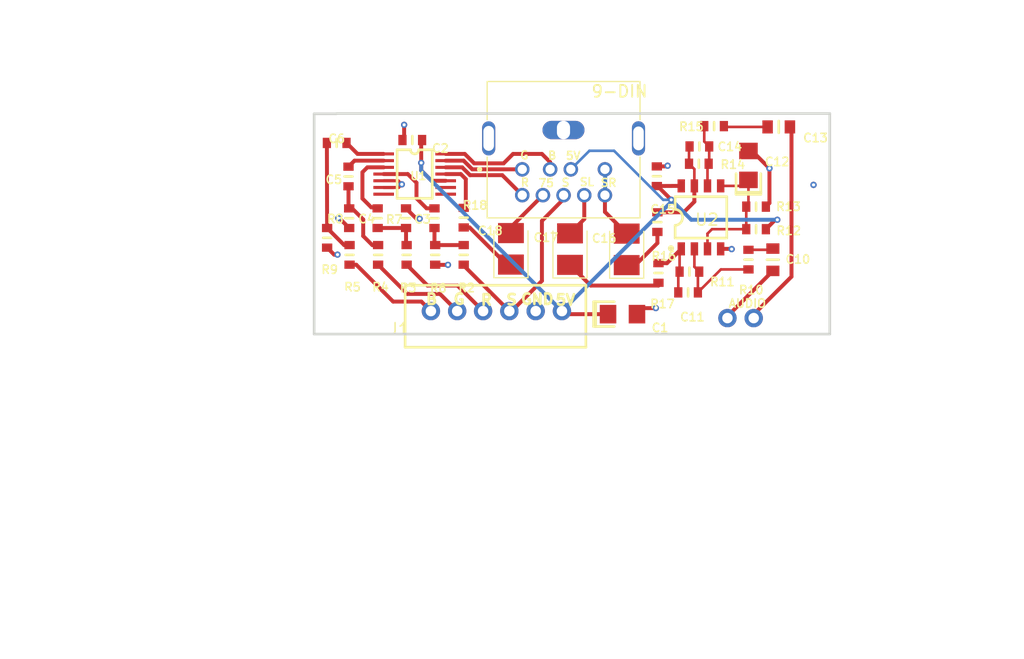
<source format=kicad_pcb>
(kicad_pcb (version 20171130) (host pcbnew "(5.1.5)-3") (page "A4") (layers (0 "F.Cu" signal) (31 "B.Cu" signal) (32 "B.Adhes" user) (33 "F.Adhes" user) (34 "B.Paste" user) (35 "F.Paste" user) (36 "B.SilkS" user) (37 "F.SilkS" user) (38 "B.Mask" user) (39 "F.Mask" user) (40 "Dwgs.User" user) (41 "Cmts.User" user) (42 "Eco1.User" user) (43 "Eco2.User" user) (44 "Edge.Cuts" user) (45 "Margin" user) (46 "B.CrtYd" user) (47 "F.CrtYd" user) (48 "B.Fab" user hide) (49 "F.Fab" user hide)) (net 0 "") (net 1 "5V+") (net 2 "B-IN") (net 3 "B-OUT") (net 4 "DSU") (net 5 "DSUB1_10") (net 6 "DSUB1_2") (net 7 "DSUB1_4") (net 8 "DSUB2_10") (net 9 "DSUB2_2") (net 10 "G-IN") (net 11 "G-OUT") (net 12 "GND") (net 13 "J2_8") (net 14 "J2_9") (net 15 "N$10232") (net 16 "R-IN") (net 17 "R-OUT") (net 18 "R112_1") (net 19 "S$5050") (net 20 "S$7091") (net 21 "S$7116") (net 22 "S$7132") (net 23 "S$7165") (net 24 "S$7237") (net 25 "S$7282") (net 26 "S$7299") (net 27 "S$7344") (net 28 "S$7587") (net 29 "S$7695") (net 30 "S$7888") (net 31 "S$7891") (net 32 "S$7914") (net 33 "S$7916") (net 34 "S$7938") (net 35 "S$8029") (net 36 "S$8031") (net 37 "S$8057") (net 38 "SYNC") (net 39 "SYNC-75") (net 40 "SYNC-OUT") (net 41 "U1_14") (net 42 "U1_7") (net 43 "U1_8") (net 44 "U1_9") (net 45 "+5V") (net 46 "RIGHT") (net 47 "S$139601") (net 48 "LEFT") (net 49 "VREF") (net 50 "BLUE") (net 51 "SL") (net 52 "SR") (net 53 "GREEN") (net 54 "RED") (net 55 "NET-(U101-PAD7)") (net 56 "NET-(U101-PAD8)") (net 57 "S$25") (zone (net 12) (net_name "GND") (layer "B.Cu") (hatch edge 0.508) (connect_pads (clearance 0.254)) (polygon (pts (xy 400.355 87.782) (xy 491.084 87.96) (xy 492.709 26.289) (xy 398.729 24.105)))) (zone (net 12) (net_name "GND") (layer "F.Cu") (hatch edge 0.508) (connect_pads (clearance 0.254)) (polygon (pts (xy 423.926 31.267) (xy 423.926 64.287) (xy 426.466 66.827) (xy 497.459 66.827) (xy 497.84 67.208) (xy 497.84 37.109) (xy 490.093 29.362)))) (segment (start 463.702 43.459) (end 465.633 45.39) (width 0.381) (layer "B.Cu") (net 45)) (segment (start 465.633 45.39) (end 473.964 45.39) (width 0.381) (layer "B.Cu") (net 45)) (segment (start 453.117 54.239) (end 439.496 40.618) (width 0.381) (layer "B.Cu") (net 45)) (segment (start 439.496 40.618) (end 439.496 39.878) (width 0.381) (layer "B.Cu") (net 45)) (segment (start 453.117 54.239) (end 463.702 43.654) (width 0.381) (layer "B.Cu") (net 45)) (segment (start 463.702 43.654) (end 463.702 43.459) (width 0.381) (layer "B.Cu") (net 45)) (segment (start 463.702 43.459) (end 462.915 43.459) (width 0.254) (layer "B.Cu") (net 45)) (segment (start 462.915 43.459) (end 458.165 38.71) (width 0.254) (layer "B.Cu") (net 45)) (segment (start 458.165 38.71) (end 455.778 38.71) (width 0.254) (layer "B.Cu") (net 45)) (segment (start 455.778 38.71) (end 453.979 40.508) (width 0.254) (layer "B.Cu") (net 45)) (segment (start 457.302 43.104) (end 457.302 40.564) (width 0.381) (layer "B.Cu") (net 46)) (gr_line (start 431.292 35.103) (end 479.044 35.103) (width 0.254) (layer "Edge.Cuts")) (gr_line (start 479.044 35.103) (end 479.044 56.464) (width 0.254) (layer "Edge.Cuts")) (gr_line (start 479.044 56.464) (end 429.133 56.464) (width 0.254) (layer "Edge.Cuts")) (gr_line (start 429.133 56.464) (end 429.133 35.128) (width 0.254) (layer "Edge.Cuts")) (gr_line (start 429.133 35.128) (end 431.292 35.128) (width 0.254) (layer "Edge.Cuts")) (segment (start 443.611 46.137) (end 444.18 46.137) (width 0.381) (layer "F.Cu") (net 39)) (segment (start 444.18 46.137) (end 447.777 49.733) (width 0.381) (layer "F.Cu") (net 39)) (segment (start 447.777 49.733) (end 448.183 49.733) (width 0.381) (layer "F.Cu") (net 39)) (segment (start 473.532 48.184) (end 473.415 48.301) (width 0.254) (layer "F.Cu") (net 48)) (segment (start 473.415 48.301) (end 471.17 48.301) (width 0.254) (layer "F.Cu") (net 48)) (segment (start 464.668 48.212) (end 463.283 49.596) (width 0.381) (layer "F.Cu") (net 48)) (segment (start 463.283 49.596) (end 462.457 49.596) (width 0.381) (layer "F.Cu") (net 48)) (segment (start 465.935 42.111) (end 465.935 43.64) (width 0.381) (layer "F.Cu") (net 46)) (segment (start 465.935 43.64) (end 464.906 44.668) (width 0.381) (layer "F.Cu") (net 46)) (segment (start 464.906 44.668) (end 462.356 44.668) (width 0.381) (layer "F.Cu") (net 46)) (segment (start 441.866 40.965) (end 443.327 40.965) (width 0.381) (layer "F.Cu") (net 39)) (segment (start 443.327 40.965) (end 443.814 41.453) (width 0.381) (layer "F.Cu") (net 39)) (segment (start 443.814 41.453) (end 443.814 44.033) (width 0.381) (layer "F.Cu") (net 39)) (segment (start 443.814 44.033) (end 443.611 44.237) (width 0.381) (layer "F.Cu") (net 39)) (segment (start 431.47 45.237) (end 431.573 45.237) (width 0.381) (layer "F.Cu") (net 12)) (segment (start 431.573 45.237) (end 432.526 46.19) (width 0.381) (layer "F.Cu") (net 12)) (segment (start 431.394 48.768) (end 431.066 48.768) (width 0.381) (layer "F.Cu") (net 12)) (segment (start 431.066 48.768) (end 430.39 48.092) (width 0.381) (layer "F.Cu") (net 12)) (segment (start 442.087 49.759) (end 440.864 49.759) (width 0.381) (layer "F.Cu") (net 12)) (segment (start 440.864 49.759) (end 440.848 49.743) (width 0.381) (layer "F.Cu") (net 12)) (segment (start 439.344 45.288) (end 439.029 45.288) (width 0.381) (layer "F.Cu") (net 12)) (segment (start 439.029 45.288) (end 438.029 44.288) (width 0.381) (layer "F.Cu") (net 12)) (segment (start 462.204 53.95) (end 460.965 53.95) (width 0.381) (layer "F.Cu") (net 12)) (segment (start 460.965 53.95) (end 460.381 54.534) (width 0.381) (layer "F.Cu") (net 12)) (segment (start 462.306 40.224) (end 463.281 40.224) (width 0.381) (layer "F.Cu") (net 12)) (segment (start 463.281 40.224) (end 463.347 40.157) (width 0.381) (layer "F.Cu") (net 12)) (segment (start 473.202 40.411) (end 473.202 43.774) (width 0.381) (layer "F.Cu") (net 12)) (segment (start 473.202 43.774) (end 472.856 44.12) (width 0.381) (layer "F.Cu") (net 12)) (segment (start 469.544 48.235) (end 469.522 48.212) (width 0.381) (layer "F.Cu") (net 12)) (segment (start 469.522 48.212) (end 468.478 48.212) (width 0.381) (layer "F.Cu") (net 12)) (segment (start 466.405 50.419) (end 465.938 49.952) (width 0.254) (layer "F.Cu") (net 48)) (segment (start 465.938 49.952) (end 465.938 48.212) (width 0.254) (layer "F.Cu") (net 48)) (segment (start 471.17 50.201) (end 468.503 50.201) (width 0.254) (layer "F.Cu") (net 48)) (segment (start 468.503 50.201) (end 466.278 52.426) (width 0.254) (layer "F.Cu") (net 48)) (segment (start 473.024 36.398) (end 468.868 36.398) (width 0.254) (layer "F.Cu") (net 46)) (segment (start 468.868 36.398) (end 468.792 36.322) (width 0.254) (layer "F.Cu") (net 46)) (segment (start 467.205 42.112) (end 467.205 40.08) (width 0.254) (layer "F.Cu") (net 46)) (segment (start 467.205 40.08) (end 467.319 39.967) (width 0.254) (layer "F.Cu") (net 46)) (segment (start 467.37 38.29) (end 467.37 39.916) (width 0.254) (layer "F.Cu") (net 46)) (segment (start 467.37 39.916) (end 467.319 39.967) (width 0.254) (layer "F.Cu") (net 46)) (segment (start 465.419 39.967) (end 465.419 38.341) (width 0.254) (layer "F.Cu") (net 46)) (segment (start 465.419 38.341) (end 465.47 38.29) (width 0.254) (layer "F.Cu") (net 46)) (segment (start 467.37 38.29) (end 466.892 37.813) (width 0.254) (layer "F.Cu") (net 46)) (segment (start 466.892 37.813) (end 466.892 36.322) (width 0.254) (layer "F.Cu") (net 46)) (segment (start 465.935 42.112) (end 465.935 40.483) (width 0.254) (layer "F.Cu") (net 46)) (segment (start 465.935 40.483) (end 465.419 39.967) (width 0.254) (layer "F.Cu") (net 46)) (segment (start 471.17 41.529) (end 471.17 43.906) (width 0.254) (layer "F.Cu") (net 49)) (segment (start 471.17 43.906) (end 470.956 44.12) (width 0.254) (layer "F.Cu") (net 49)) (segment (start 468.48 42.111) (end 470.588 42.111) (width 0.254) (layer "F.Cu") (net 49)) (segment (start 470.588 42.111) (end 471.17 41.529) (width 0.254) (layer "F.Cu") (net 49)) (segment (start 473.964 45.39) (end 473.771 45.39) (width 0.381) (layer "F.Cu") (net 45)) (segment (start 473.771 45.39) (end 472.857 46.304) (width 0.381) (layer "F.Cu") (net 45)) (segment (start 470.957 46.304) (end 470.957 44.12) (width 0.254) (layer "F.Cu") (net 49)) (segment (start 470.957 44.12) (end 470.956 44.12) (width 0.254) (layer "F.Cu") (net 49)) (segment (start 437.683 37.668) (end 437.845 37.506) (width 0.381) (layer "F.Cu") (net 12)) (segment (start 437.845 37.506) (end 437.845 36.195) (width 0.381) (layer "F.Cu") (net 12)) (segment (start 432.268 37.947) (end 433.335 39.014) (width 0.381) (layer "F.Cu") (net 50)) (segment (start 433.335 39.014) (end 435.864 39.014) (width 0.381) (layer "F.Cu") (net 50)) (segment (start 462.458 51.496) (end 462.458 51.765) (width 0.381) (layer "F.Cu") (net 51)) (segment (start 462.458 51.765) (end 455.905 51.765) (width 0.381) (layer "F.Cu") (net 51)) (segment (start 455.905 51.765) (end 453.898 49.759) (width 0.381) (layer "F.Cu") (net 51)) (segment (start 466.405 50.419) (end 466.278 50.546) (width 0.254) (layer "F.Cu") (net 48)) (segment (start 466.278 50.546) (end 466.278 52.426) (width 0.254) (layer "F.Cu") (net 48)) (segment (start 462.356 46.568) (end 462.356 47.65) (width 0.381) (layer "F.Cu") (net 52)) (segment (start 462.356 47.65) (end 460.223 49.784) (width 0.381) (layer "F.Cu") (net 52)) (segment (start 460.223 49.784) (end 459.384 49.784) (width 0.381) (layer "F.Cu") (net 52)) (segment (start 470.957 46.304) (end 467.639 46.304) (width 0.254) (layer "F.Cu") (net 49)) (segment (start 467.639 46.304) (end 467.205 46.738) (width 0.254) (layer "F.Cu") (net 49)) (segment (start 467.205 46.738) (end 467.205 48.209) (width 0.254) (layer "F.Cu") (net 49)) (segment (start 439.496 39.878) (end 439.496 37.668) (width 0.381) (layer "F.Cu") (net 45)) (segment (start 439.496 37.668) (end 439.583 37.668) (width 0.381) (layer "F.Cu") (net 45)) (segment (start 441.866 39.665) (end 443.601 39.665) (width 0.381) (layer "F.Cu") (net 11)) (segment (start 443.601 39.665) (end 444.444 40.508) (width 0.381) (layer "F.Cu") (net 11)) (segment (start 444.444 40.508) (end 449.278 40.508) (width 0.381) (layer "F.Cu") (net 11)) (segment (start 441.866 40.315) (end 443.464 40.315) (width 0.381) (layer "F.Cu") (net 17)) (segment (start 443.464 40.315) (end 444.221 41.072) (width 0.381) (layer "F.Cu") (net 17)) (segment (start 444.221 41.072) (end 447.345 41.072) (width 0.381) (layer "F.Cu") (net 17)) (segment (start 447.345 41.072) (end 449.278 43.01) (width 0.381) (layer "F.Cu") (net 17)) (segment (start 441.866 39.014) (end 443.713 39.014) (width 0.381) (layer "F.Cu") (net 3)) (segment (start 443.713 39.014) (end 444.627 39.929) (width 0.381) (layer "F.Cu") (net 3)) (segment (start 444.627 39.929) (end 447.472 39.929) (width 0.381) (layer "F.Cu") (net 3)) (segment (start 447.472 39.929) (end 448.386 39.014) (width 0.381) (layer "F.Cu") (net 3)) (segment (start 448.386 39.014) (end 451.18 39.014) (width 0.381) (layer "F.Cu") (net 3)) (segment (start 451.18 39.014) (end 451.978 39.812) (width 0.381) (layer "F.Cu") (net 3)) (segment (start 451.978 39.812) (end 451.978 40.508) (width 0.381) (layer "F.Cu") (net 3)) (segment (start 439.496 39.878) (end 439.496 40.615) (width 0.381) (layer "F.Cu") (net 45)) (segment (start 439.496 40.615) (end 440.494 41.613) (width 0.381) (layer "F.Cu") (net 45)) (segment (start 440.494 41.613) (end 441.866 41.613) (width 0.381) (layer "F.Cu") (net 45)) (segment (start 437.617 41.961) (end 437.27 41.614) (width 0.305) (layer "F.Cu") (net 12)) (segment (start 437.27 41.614) (end 435.864 41.614) (width 0.305) (layer "F.Cu") (net 12)) (segment (start 437.617 41.961) (end 437.314 42.263) (width 0.305) (layer "F.Cu") (net 12)) (segment (start 437.314 42.263) (end 435.864 42.263) (width 0.305) (layer "F.Cu") (net 12)) (segment (start 432.46 40.249) (end 433.044 39.665) (width 0.381) (layer "F.Cu") (net 53)) (segment (start 433.044 39.665) (end 435.864 39.665) (width 0.381) (layer "F.Cu") (net 53)) (segment (start 473.202 40.411) (end 471.52 38.729) (width 0.381) (layer "F.Cu") (net 12)) (segment (start 471.52 38.729) (end 471.17 38.729) (width 0.381) (layer "F.Cu") (net 12)) (segment (start 445.486 54.239) (end 443.014 51.765) (width 0.381) (layer "F.Cu") (net 54)) (segment (start 443.014 51.765) (end 440.108 51.765) (width 0.381) (layer "F.Cu") (net 54)) (segment (start 440.108 51.765) (end 438.087 49.743) (width 0.381) (layer "F.Cu") (net 54)) (segment (start 442.979 54.237) (end 441.32 52.578) (width 0.381) (layer "F.Cu") (net 53)) (segment (start 441.32 52.578) (end 438.16 52.578) (width 0.381) (layer "F.Cu") (net 53)) (segment (start 438.16 52.578) (end 435.326 49.743) (width 0.381) (layer "F.Cu") (net 53)) (segment (start 440.436 54.239) (end 439.511 53.315) (width 0.381) (layer "F.Cu") (net 50)) (segment (start 439.511 53.315) (end 436.778 53.315) (width 0.381) (layer "F.Cu") (net 50)) (segment (start 436.778 53.315) (end 433.207 49.743) (width 0.381) (layer "F.Cu") (net 50)) (segment (start 433.207 49.743) (end 432.562 49.743) (width 0.381) (layer "F.Cu") (net 50)) (segment (start 448.027 54.239) (end 443.611 49.823) (width 0.381) (layer "F.Cu") (net 38)) (segment (start 443.611 49.823) (end 443.611 49.743) (width 0.381) (layer "F.Cu") (net 38)) (segment (start 443.611 47.843) (end 440.848 47.843) (width 0.381) (layer "F.Cu") (net 38)) (segment (start 441.005 47.843) (end 440.781 47.619) (width 0.381) (layer "F.Cu") (net 38)) (segment (start 440.781 47.619) (end 440.781 46.188) (width 0.381) (layer "F.Cu") (net 38)) (segment (start 440.781 44.287) (end 440.019 44.287) (width 0.381) (layer "F.Cu") (net 38)) (segment (start 440.019 44.287) (end 439.039 43.307) (width 0.381) (layer "F.Cu") (net 38)) (segment (start 439.039 43.307) (end 439.039 41.808) (width 0.381) (layer "F.Cu") (net 38)) (segment (start 439.039 41.808) (end 438.196 40.965) (width 0.381) (layer "F.Cu") (net 38)) (segment (start 438.196 40.965) (end 435.864 40.965) (width 0.381) (layer "F.Cu") (net 38)) (segment (start 438.086 47.843) (end 438.029 47.786) (width 0.381) (layer "F.Cu") (net 54)) (segment (start 438.029 47.786) (end 438.029 46.188) (width 0.381) (layer "F.Cu") (net 54)) (segment (start 435.28 46.188) (end 438.029 46.188) (width 0.381) (layer "F.Cu") (net 54)) (segment (start 435.28 44.287) (end 435.188 44.196) (width 0.381) (layer "F.Cu") (net 54)) (segment (start 435.188 44.196) (end 434.67 44.196) (width 0.381) (layer "F.Cu") (net 54)) (segment (start 434.67 44.196) (end 433.807 43.332) (width 0.381) (layer "F.Cu") (net 54)) (segment (start 433.807 43.332) (end 433.807 40.792) (width 0.381) (layer "F.Cu") (net 54)) (segment (start 433.807 40.792) (end 434.284 40.315) (width 0.381) (layer "F.Cu") (net 54)) (segment (start 434.284 40.315) (end 435.864 40.315) (width 0.381) (layer "F.Cu") (net 54)) (segment (start 435.326 47.843) (end 434.762 47.843) (width 0.381) (layer "F.Cu") (net 53)) (segment (start 434.762 47.843) (end 433.883 46.965) (width 0.381) (layer "F.Cu") (net 53)) (segment (start 433.883 46.965) (end 433.883 45.364) (width 0.381) (layer "F.Cu") (net 53)) (segment (start 433.883 45.364) (end 432.808 44.29) (width 0.381) (layer "F.Cu") (net 53)) (segment (start 432.808 44.29) (end 432.526 44.29) (width 0.381) (layer "F.Cu") (net 53)) (segment (start 432.562 47.843) (end 432.041 47.843) (width 0.381) (layer "F.Cu") (net 50)) (segment (start 432.041 47.843) (end 430.39 46.192) (width 0.381) (layer "F.Cu") (net 50)) (segment (start 432.808 44.29) (end 432.46 43.942) (width 0.381) (layer "F.Cu") (net 53)) (segment (start 432.46 43.942) (end 432.46 42.148) (width 0.381) (layer "F.Cu") (net 53)) (segment (start 463.702 43.459) (end 462.367 42.124) (width 0.381) (layer "F.Cu") (net 45)) (segment (start 462.367 42.124) (end 462.306 42.124) (width 0.381) (layer "F.Cu") (net 45)) (segment (start 462.305 42.123) (end 464.665 42.111) (width 0.381) (layer "F.Cu") (net 45)) (segment (start 453.117 54.239) (end 453.412 54.534) (width 0.381) (layer "F.Cu") (net 45)) (segment (start 453.412 54.534) (end 457.581 54.534) (width 0.381) (layer "F.Cu") (net 45)) (segment (start 464.668 48.212) (end 464.505 48.375) (width 0.254) (layer "F.Cu") (net 48)) (segment (start 464.505 48.375) (end 464.505 50.419) (width 0.254) (layer "F.Cu") (net 48)) (segment (start 464.505 50.419) (end 464.378 50.546) (width 0.254) (layer "F.Cu") (net 48)) (segment (start 464.378 50.546) (end 464.378 52.426) (width 0.254) (layer "F.Cu") (net 48)) (segment (start 471.68 54.917) (end 471.68 54.558) (width 0.381) (layer "F.Cu") (net 46)) (segment (start 471.68 54.558) (end 475.336 50.902) (width 0.381) (layer "F.Cu") (net 46)) (segment (start 475.336 50.902) (end 475.336 36.398) (width 0.381) (layer "F.Cu") (net 46)) (segment (start 475.336 36.398) (end 475.183 36.398) (width 0.381) (layer "F.Cu") (net 46)) (segment (start 469.138 54.915) (end 469.138 54.737) (width 0.381) (layer "F.Cu") (net 48)) (segment (start 469.138 54.737) (end 473.532 50.343) (width 0.381) (layer "F.Cu") (net 48)) (segment (start 457.279 43.01) (end 457.279 44.628) (width 0.381) (layer "F.Cu") (net 46)) (segment (start 457.279 44.628) (end 459.384 46.733) (width 0.381) (layer "F.Cu") (net 46)) (segment (start 455.28 43.01) (end 455.28 45.326) (width 0.381) (layer "F.Cu") (net 48)) (segment (start 455.28 45.326) (end 453.898 46.708) (width 0.381) (layer "F.Cu") (net 48)) (segment (start 448.183 46.683) (end 448.183 46.104) (width 0.381) (layer "F.Cu") (net 39)) (segment (start 448.183 46.104) (end 451.278 43.009) (width 0.381) (layer "F.Cu") (net 39)) (segment (start 448.026 54.239) (end 448.249 54.239) (width 0.381) (layer "F.Cu") (net 38)) (segment (start 448.249 54.239) (end 451.18 51.308) (width 0.381) (layer "F.Cu") (net 38)) (segment (start 451.18 51.308) (end 451.18 45.502) (width 0.381) (layer "F.Cu") (net 38)) (segment (start 451.18 45.502) (end 453.281 43.378) (width 0.381) (layer "F.Cu") (net 38)) (segment (start 453.281 43.378) (end 453.278 43.01) (width 0.381) (layer "F.Cu") (net 38)) (segment (start 430.39 46.192) (end 430.367 37.948) (width 0.381) (layer "F.Cu") (net 50)) (via (at 473.964 45.39) (size 0.61) (drill 0.305) (layers "F.Cu" "B.Cu") (net 45)) (via (at 463.702 43.459) (size 0.62) (drill 0.305) (layers "F.Cu" "B.Cu") (net 45)) (via (at 469.544 48.235) (size 0.62) (drill 0.305) (layers "F.Cu" "B.Cu") (net 12)) (via (at 473.202 40.411) (size 0.62) (drill 0.305) (layers "F.Cu" "B.Cu") (net 12)) (via (at 437.617 41.961) (size 0.62) (drill 0.305) (layers "F.Cu" "B.Cu") (net 12)) (via (at 477.469 42.012) (size 0.62) (drill 0.305) (layers "F.Cu" "B.Cu") (net 12)) (via (at 439.496 39.878) (size 0.61) (drill 0.305) (layers "F.Cu" "B.Cu") (net 45)) (via (at 437.845 36.195) (size 0.61) (drill 0.305) (layers "F.Cu" "B.Cu") (net 12)) (via (at 463.347 40.157) (size 0.61) (drill 0.305) (layers "F.Cu" "B.Cu") (net 12)) (via (at 462.204 53.95) (size 0.61) (drill 0.305) (layers "F.Cu" "B.Cu") (net 12)) (via (at 431.394 48.768) (size 0.61) (drill 0.305) (layers "F.Cu" "B.Cu") (net 12)) (via (at 431.47 45.237) (size 0.61) (drill 0.305) (layers "F.Cu" "B.Cu") (net 12)) (via (at 439.344 45.288) (size 0.61) (drill 0.305) (layers "F.Cu" "B.Cu") (net 12)) (via (at 442.087 49.759) (size 0.61) (drill 0.305) (layers "F.Cu" "B.Cu") (net 12)) (gr_text "R" (at 449.047 41.783 0) (layer "F.SilkS") (effects (font (size 0.762 0.762) (thickness 0.152)) (justify left))) (gr_text "5V" (at 453.415 39.192 0) (layer "F.SilkS") (effects (font (size 0.762 0.762) (thickness 0.152)) (justify left))) (gr_text "SR" (at 456.794 41.808 0) (layer "F.SilkS") (effects (font (size 0.762 0.762) (thickness 0.152)) (justify left))) (gr_text "SL" (at 454.762 41.732 0) (layer "F.SilkS") (effects (font (size 0.762 0.762) (thickness 0.152)) (justify left))) (gr_text "75" (at 450.774 41.834 0) (layer "F.SilkS") (effects (font (size 0.762 0.762) (thickness 0.152)) (justify left))) (gr_text "S" (at 453.009 41.783 0) (layer "F.SilkS") (effects (font (size 0.762 0.762) (thickness 0.152)) (justify left))) (gr_text "B" (at 451.688 39.167 0) (layer "F.SilkS") (effects (font (size 0.762 0.762) (thickness 0.152)) (justify left))) (gr_text "G" (at 448.996 39.141 0) (layer "F.SilkS") (effects (font (size 0.762 0.762) (thickness 0.152)) (justify left))) (gr_text "R" (at 445.135 53.162 0) (layer "F.SilkS") (effects (font (size 1.016 1.016) (thickness 0.254)) (justify left))) (gr_text "G" (at 442.493 53.086 0) (layer "F.SilkS") (effects (font (size 1.016 1.016) (thickness 0.254)) (justify left))) (gr_text "B" (at 439.826 53.086 0) (layer "F.SilkS") (effects (font (size 1.016 1.016) (thickness 0.254)) (justify left))) (gr_text "S" (at 447.599 53.137 0) (layer "F.SilkS") (effects (font (size 1.016 1.016) (thickness 0.254)) (justify left))) (gr_text "GND" (at 449.021 53.086 0) (layer "F.SilkS") (effects (font (size 1.016 1.016) (thickness 0.254)) (justify left))) (gr_text "5V" (at 452.374 53.162 0) (layer "F.SilkS") (effects (font (size 1.016 1.016) (thickness 0.254)) (justify left))) (module "easyeda:DMP-8" (layer "F.Cu") (at 466.573 45.161) (attr smd) (fp_text reference "U2" (at -0.66 0.218 0) (layer "F.SilkS") (effects (font (size 1.143 1.143) (thickness 0.152)) (justify left))) (fp_text value "DMP-8" (at -0.381 -5.804 0) (layer "F.Fab") hide (effects (font (size 1.143 1.143) (thickness 0.152)) (justify left))) (fp_arc (start -2.557 0) (end -2.495 -0.778) (angle 171.234) (width 0.254) (layer "F.SilkS")) (fp_line (start -2.5 -2) (end -2.5 -0.778) (width 0.254) (layer "F.SilkS")) (fp_line (start -2.5 0.778) (end -2.5 2) (width 0.254) (layer "F.SilkS")) (fp_line (start 2.5 -2) (end 2.5 2) (width 0.254) (layer "F.SilkS")) (fp_line (start 2.5 2) (end -2.5 2) (width 0.254) (layer "F.SilkS")) (fp_line (start 2.5 -2) (end -2.5 -2) (width 0.254) (layer "F.SilkS")) (fp_arc (start -2.9 3) (end -3.05 2.999) (angle 359.03) (width 0.3) (layer "F.SilkS")) (pad 1 smd rect (at -1.905 3.051 0) (size 0.72 1.27) (layers "F.Cu" "F.Paste" "F.Mask") (net 48 "LEFT")) (pad 2 smd rect (at -0.635 3.051 0) (size 0.72 1.27) (layers "F.Cu" "F.Paste" "F.Mask") (net 48 "LEFT")) (pad 3 smd rect (at 0.633 3.048 0) (size 0.72 1.27) (layers "F.Cu" "F.Paste" "F.Mask") (net 49 "VREF")) (pad 4 smd rect (at 1.905 3.051 0) (size 0.72 1.27) (layers "F.Cu" "F.Paste" "F.Mask") (net 12 "GND")) (pad 5 smd rect (at 1.907 -3.051 0) (size 0.72 1.27) (layers "F.Cu" "F.Paste" "F.Mask") (net 49 "VREF")) (pad 6 smd rect (at 0.633 -3.05 0) (size 0.72 1.27) (layers "F.Cu" "F.Paste" "F.Mask") (net 46 "RIGHT")) (pad 7 smd rect (at -0.637 -3.05 0) (size 0.72 1.27) (layers "F.Cu" "F.Paste" "F.Mask") (net 46 "RIGHT")) (pad 8 smd rect (at -1.907 -3.05 0) (size 0.72 1.27) (layers "F.Cu" "F.Paste" "F.Mask") (net 45 "+5V")) (fp_text user gge140421 (at 0 0) (layer "Cmts.User") (effects (font (size 1 1) (thickness 0.15))))) (module "easyeda:0805" (layer "F.Cu") (at 474.167 35.458 -90) (attr smd) (fp_text reference "C13" (at 2.007 -2.21 0) (layer "F.SilkS") (effects (font (size 0.813 0.813) (thickness 0.152)) (justify left))) (fp_text value "0805" (at 0.762 -2.245 -90) (layer "F.Fab") hide (effects (font (size 1.143 1.143) (thickness 0.152)) (justify left))) (fp_line (start 1.511 0.063) (end 0.368 0.063) (width 0.254) (layer "F.SilkS")) (pad 1 smd rect (at 0.94 -1.016 180) (size 1.016 1.27) (layers "F.Cu" "F.Paste" "F.Mask") (net 46 "RIGHT")) (pad 2 smd rect (at 0.94 1.143 180) (size 1.016 1.27) (layers "F.Cu" "F.Paste" "F.Mask") (net 46 "RIGHT")) (fp_text user gge124077 (at 0 0) (layer "Cmts.User") (effects (font (size 1 1) (thickness 0.15))))) (module "easyeda:0805" (layer "F.Cu") (at 472.592 49.2) (attr smd) (fp_text reference "C10" (at 2.083 0.025 0) (layer "F.SilkS") (effects (font (size 0.813 0.813) (thickness 0.152)) (justify left))) (fp_text value "0805" (at 0.762 -2.245 0) (layer "F.Fab") hide (effects (font (size 1.143 1.143) (thickness 0.152)) (justify left))) (fp_line (start 1.511 0.063) (end 0.368 0.063) (width 0.254) (layer "F.SilkS")) (pad 1 smd rect (at 0.94 -1.016 -90) (size 1.016 1.27) (layers "F.Cu" "F.Paste" "F.Mask") (net 48 "LEFT")) (pad 2 smd rect (at 0.94 1.143 -90) (size 1.016 1.27) (layers "F.Cu" "F.Paste" "F.Mask") (net 48 "LEFT")) (fp_text user gge124040 (at 0 0) (layer "Cmts.User") (effects (font (size 1 1) (thickness 0.15))))) (module "easyeda:CP_TANTALUM_CASE-B_EIA-3528-21_REFLOW" (layer "F.Cu") (at 459.384 48.26 90) (attr smd) (fp_line (start -2.85 -1.75) (end -2.85 1.75) (width 0.05) (layer "Dwgs.User")) (fp_line (start -2.85 1.75) (end 2.85 1.75) (width 0.05) (layer "Dwgs.User")) (fp_line (start 2.85 1.75) (end 2.85 -1.75) (width 0.05) (layer "Dwgs.User")) (fp_line (start 2.85 -1.75) (end -2.85 -1.75) (width 0.05) (layer "Dwgs.User")) (fp_text reference "C16" (at 1.067 -3.454 0) (layer "F.SilkS") (effects (font (size 0.813 0.813) (thickness 0.152)) (justify left))) (fp_text value "CP_TANTALUM_CASE-B_EIA-3528-21_REFLOW" (at -0.254 -2.372 90) (layer "F.Fab") hide (effects (font (size 1.143 1.143) (thickness 0.152)) (justify left))) (fp_line (start 1.75 1.651) (end -2.799 1.651) (width 0.12) (layer "F.SilkS")) (fp_line (start -2.799 1.651) (end -2.799 -1.651) (width 0.12) (layer "F.SilkS")) (fp_line (start -2.799 -1.651) (end 1.75 -1.651) (width 0.12) (layer "F.SilkS")) (fp_line (start -1.75 -1.4) (end -1.75 1.4) (width 0.1) (layer "Cmts.User")) (fp_line (start -1.75 1.4) (end 1.75 1.4) (width 0.1) (layer "Cmts.User")) (fp_line (start 1.75 1.4) (end 1.75 -1.4) (width 0.1) (layer "Cmts.User")) (fp_line (start 1.75 -1.4) (end -1.75 -1.4) (width 0.1) (layer "Cmts.User")) (fp_line (start -1.4 -1.4) (end -1.4 1.4) (width 0.1) (layer "Cmts.User")) (fp_line (start -1.224 -1.4) (end -1.224 1.4) (width 0.1) (layer "Cmts.User")) (pad 1 smd rect (at -1.524 0 90) (size 1.95 2.5) (layers "F.Cu" "F.Paste" "F.Mask") (net 52 "SR")) (pad 2 smd rect (at 1.527 0 90) (size 1.95 2.5) (layers "F.Cu" "F.Paste" "F.Mask") (net 46 "RIGHT")) (fp_text user gge36226 (at 0 0) (layer "Cmts.User") (effects (font (size 1 1) (thickness 0.15))))) (module "easyeda:TSSOP-14" (layer "F.Cu") (at 438.277 40.919 -90) (attr smd) (fp_text reference "U1" (at 0.229 -0.076 0) (layer "F.SilkS") (effects (font (size 0.762 0.762) (thickness 0.152)) (justify left))) (fp_line (start -2.305 -0.187) (end -2.305 1.113) (width 0.254) (layer "F.SilkS")) (fp_line (start -2.305 1.113) (end 2.395 1.113) (width 0.254) (layer "F.SilkS")) (fp_line (start 2.395 1.113) (end 2.395 -2.287) (width 0.254) (layer "F.SilkS")) (fp_line (start 2.395 -2.287) (end -2.305 -2.287) (width 0.254) (layer "F.SilkS")) (fp_line (start -2.305 -2.287) (end -2.305 -0.987) (width 0.254) (layer "F.SilkS")) (fp_arc (start -2.305 -0.587) (end -2.305 -0.987) (angle 180) (width 0.254) (layer "F.SilkS")) (fp_text value "THS7374IPWR" (at -4.605 3.924 0) (layer "Cmts.User") hide (effects (font (size 0.889 0.889) (thickness 0.178)) (justify left))) (pad 1 smd rect (at -1.905 2.413 0) (size 2 0.3) (layers "F.Cu" "F.Paste" "F.Mask") (net 50 "BLUE")) (pad 2 smd rect (at -1.255 2.413 0) (size 2 0.3) (layers "F.Cu" "F.Paste" "F.Mask") (net 53 "GREEN")) (pad 3 smd rect (at -0.605 2.413 0) (size 2 0.3) (layers "F.Cu" "F.Paste" "F.Mask") (net 54 "RED")) (pad 4 smd rect (at 0.046 2.413 0) (size 2 0.3) (layers "F.Cu" "F.Paste" "F.Mask") (net 38 "SYNC")) (pad 5 smd rect (at 0.695 2.413 0) (size 2 0.3) (layers "F.Cu" "F.Paste" "F.Mask") (net 12 "GND")) (pad 6 smd rect (at 1.344 2.413 0) (size 2 0.3) (layers "F.Cu" "F.Paste" "F.Mask") (net 12 "GND")) (pad 7 smd rect (at 1.994 2.413 0) (size 2 0.3) (layers "F.Cu" "F.Paste" "F.Mask") (net 55 "NET-(U101-PAD7)")) (pad 8 smd rect (at 1.994 -3.588 0) (size 2 0.3) (layers "F.Cu" "F.Paste" "F.Mask") (net 56 "NET-(U101-PAD8)")) (pad 9 smd rect (at 1.344 -3.588 0) (size 2 0.3) (layers "F.Cu" "F.Paste" "F.Mask") (net 12 "GND")) (pad 10 smd rect (at 0.695 -3.588 0) (size 2 0.3) (layers "F.Cu" "F.Paste" "F.Mask") (net 45 "+5V")) (pad 11 smd rect (at 0.046 -3.588 0) (size 2 0.3) (layers "F.Cu" "F.Paste" "F.Mask") (net 39 "SYNC-75")) (pad 12 smd rect (at -0.605 -3.588 0) (size 2 0.3) (layers "F.Cu" "F.Paste" "F.Mask") (net 17 "R-OUT")) (pad 13 smd rect (at -1.255 -3.588 0) (size 2 0.3) (layers "F.Cu" "F.Paste" "F.Mask") (net 11 "G-OUT")) (pad 14 smd rect (at -1.905 -3.588 0) (size 2 0.3) (layers "F.Cu" "F.Paste" "F.Mask") (net 3 "B-OUT")) (fp_text user rep24 (at 0 0) (layer "Cmts.User") (effects (font (size 1 1) (thickness 0.15))))) (module "easyeda:0603" (layer "F.Cu") (at 429.946 45.999) (attr smd) (fp_text reference "R9" (at -0.201 4.216 0) (layer "F.SilkS") (effects (font (size 0.813 0.813) (thickness 0.152)) (justify left))) (fp_line (start 0.063 1.143) (end 0.825 1.143) (width 0.254) (layer "F.SilkS")) (fp_text value "1.00k" (at -2.096 2.635 90) (layer "Cmts.User") hide (effects (font (size 1 1) (thickness 0.15)) (justify left))) (pad 1 smd rect (at 0.444 2.093 90) (size 0.798 1.001) (layers "F.Cu" "F.Paste" "F.Mask") (net 12 "GND")) (pad 2 smd rect (at 0.444 0.193 90) (size 0.8 1.001) (layers "F.Cu" "F.Paste" "F.Mask") (net 50 "BLUE")) (fp_text user rep30 (at 0 0) (layer "Cmts.User") (effects (font (size 1 1) (thickness 0.15))))) (module "easyeda:0603" (layer "F.Cu") (at 468.579 38.481) (attr smd) (fp_text reference "C14" (at -0.485 -0.165 0) (layer "F.SilkS") (effects (font (size 0.813 0.813) (thickness 0.152)) (justify left))) (fp_line (start -2.159 -0.572) (end -2.159 0.19) (width 0.254) (layer "F.SilkS")) (fp_text value "270pF/50V" (at -5.251 -2.731 0) (layer "Cmts.User") hide (effects (font (size 1 1) (thickness 0.15)) (justify left))) (pad 1 smd rect (at -3.109 -0.191 0) (size 0.8 1.001) (layers "F.Cu" "F.Paste" "F.Mask") (net 46 "RIGHT")) (pad 2 smd rect (at -1.209 -0.191 0) (size 0.8 1.001) (layers "F.Cu" "F.Paste" "F.Mask") (net 46 "RIGHT")) (fp_text user rep107 (at 0 0) (layer "Cmts.User") (effects (font (size 1 1) (thickness 0.15))))) (module "easyeda:0603" (layer "F.Cu") (at 463.931 51.537 90) (attr smd) (fp_text reference "C11" (at -3.277 0.533 0) (layer "F.SilkS") (effects (font (size 0.813 0.813) (thickness 0.152)) (justify left))) (fp_line (start -1.27 1.397) (end -0.508 1.397) (width 0.254) (layer "F.SilkS")) (fp_text value "270pF/50V" (at -3.429 4.489 180) (layer "Cmts.User") hide (effects (font (size 1 1) (thickness 0.15)) (justify left))) (pad 1 smd rect (at -0.889 2.347 180) (size 0.798 1.001) (layers "F.Cu" "F.Paste" "F.Mask") (net 48 "LEFT")) (pad 2 smd rect (at -0.889 0.447 180) (size 0.8 1.001) (layers "F.Cu" "F.Paste" "F.Mask") (net 48 "LEFT")) (fp_text user rep113 (at 0 0) (layer "Cmts.User") (effects (font (size 1 1) (thickness 0.15))))) (module "easyeda:1206_P" (layer "F.Cu") (at 461.01 55.804 90) (attr smd) (fp_text reference "C1" (at -0.051 0.711 0) (layer "F.SilkS") (effects (font (size 0.813 0.813) (thickness 0.152)) (justify left))) (fp_line (start 0.07 -4.629) (end 2.47 -4.629) (width 0.254) (layer "F.SilkS")) (fp_line (start 2.47 -4.629) (end 2.47 -4.829) (width 0.254) (layer "F.SilkS")) (fp_line (start 2.47 -4.829) (end 0.07 -4.829) (width 0.254) (layer "F.SilkS")) (fp_line (start 0.07 -4.829) (end 0.07 -4.629) (width 0.254) (layer "F.SilkS")) (fp_line (start 0.07 -4.629) (end 0.07 -2.829) (width 0.254) (layer "F.SilkS")) (fp_line (start 2.47 -2.829) (end 2.47 -4.629) (width 0.254) (layer "F.SilkS")) (fp_text value "22uF/10V" (at 4.47 0.216 180) (layer "Cmts.User") hide (effects (font (size 0.889 0.889) (thickness 0.203)) (justify left))) (pad 1 smd rect (at 1.27 -3.429 0) (size 1.6 1.798) (layers "F.Cu" "F.Paste" "F.Mask") (net 45 "+5V")) (pad 2 smd rect (at 1.27 -0.629 0) (size 1.6 1.798) (layers "F.Cu" "F.Paste" "F.Mask") (net 12 "GND")) (fp_text user rep146 (at 0 0) (layer "Cmts.User") (effects (font (size 1 1) (thickness 0.15))))) (module "easyeda:0603" (layer "F.Cu") (at 437.832 46.126) (attr smd) (fp_text reference "R3" (at -0.494 5.867 0) (layer "F.SilkS") (effects (font (size 0.813 0.813) (thickness 0.152)) (justify left))) (fp_line (start 0.635 2.667) (end -0.127 2.667) (width 0.254) (layer "F.SilkS")) (fp_text value "5.62k" (at 2.794 5.175 90) (layer "Cmts.User") hide (effects (font (size 1 1) (thickness 0.15)) (justify left))) (pad 1 smd rect (at 0.254 1.717 -90) (size 0.8 1.001) (layers "F.Cu" "F.Paste" "F.Mask") (net 54 "RED")) (pad 2 smd rect (at 0.254 3.617 -90) (size 0.8 1.001) (layers "F.Cu" "F.Paste" "F.Mask") (net 54 "RED")) (fp_text user rep191 (at 0 0) (layer "Cmts.User") (effects (font (size 1 1) (thickness 0.15))))) (module "easyeda:0603" (layer "F.Cu") (at 436.214 46.126) (attr smd) (fp_text reference "R4" (at -1.544 5.791 0) (layer "F.SilkS") (effects (font (size 0.813 0.813) (thickness 0.152)) (justify left))) (fp_line (start -0.508 2.667) (end -1.27 2.667) (width 0.254) (layer "F.SilkS")) (fp_text value "5.62k" (at 1.65 5.174 90) (layer "Cmts.User") hide (effects (font (size 1 1) (thickness 0.15)) (justify left))) (pad 1 smd rect (at -0.89 1.717 -90) (size 0.8 1.001) (layers "F.Cu" "F.Paste" "F.Mask") (net 53 "GREEN")) (pad 2 smd rect (at -0.89 3.616 -90) (size 0.8 1.001) (layers "F.Cu" "F.Paste" "F.Mask") (net 53 "GREEN")) (fp_text user rep197 (at 0 0) (layer "Cmts.User") (effects (font (size 1 1) (thickness 0.15))))) (module "easyeda:0603" (layer "F.Cu") (at 432.054 46.126) (attr smd) (fp_text reference "R5" (at -0.102 5.791 0) (layer "F.SilkS") (effects (font (size 0.813 0.813) (thickness 0.152)) (justify left))) (fp_line (start 0.889 2.667) (end 0.127 2.667) (width 0.254) (layer "F.SilkS")) (fp_text value "5.62k" (at 3.048 5.175 90) (layer "Cmts.User") hide (effects (font (size 1 1) (thickness 0.15)) (justify left))) (pad 1 smd rect (at 0.508 1.717 -90) (size 0.8 1.001) (layers "F.Cu" "F.Paste" "F.Mask") (net 50 "BLUE")) (pad 2 smd rect (at 0.508 3.617 -90) (size 0.8 1.001) (layers "F.Cu" "F.Paste" "F.Mask") (net 50 "BLUE")) (fp_text user rep203 (at 0 0) (layer "Cmts.User") (effects (font (size 1 1) (thickness 0.15))))) (module "easyeda:0603" (layer "F.Cu") (at 444.754 46.126) (attr smd) (fp_text reference "R2" (at -1.753 5.867 0) (layer "F.SilkS") (effects (font (size 0.813 0.813) (thickness 0.152)) (justify left))) (fp_line (start -0.762 2.667) (end -1.524 2.667) (width 0.254) (layer "F.SilkS")) (fp_text value "5.62k" (at 1.397 5.175 90) (layer "Cmts.User") hide (effects (font (size 1 1) (thickness 0.15)) (justify left))) (pad 1 smd rect (at -1.143 1.717 -90) (size 0.8 1.001) (layers "F.Cu" "F.Paste" "F.Mask") (net 38 "SYNC")) (pad 2 smd rect (at -1.143 3.617 -90) (size 0.8 1.001) (layers "F.Cu" "F.Paste" "F.Mask") (net 38 "SYNC")) (fp_text user rep209 (at 0 0) (layer "Cmts.User") (effects (font (size 1 1) (thickness 0.15))))) (module "easyeda:0603" (layer "F.Cu") (at 437.394 46.38 180) (attr smd) (fp_text reference "R7" (at 1.403 1.016 0) (layer "F.SilkS") (effects (font (size 0.813 0.813) (thickness 0.152)) (justify left))) (fp_line (start -1.016 1.143) (end -0.254 1.143) (width 0.254) (layer "F.SilkS")) (fp_text value "1.00k" (at -3.175 2.635 -90) (layer "Cmts.User") hide (effects (font (size 1 1) (thickness 0.15)) (justify left))) (pad 1 smd rect (at -0.635 2.093 -90) (size 0.798 1.001) (layers "F.Cu" "F.Paste" "F.Mask") (net 12 "GND")) (pad 2 smd rect (at -0.635 0.193 -90) (size 0.8 1.001) (layers "F.Cu" "F.Paste" "F.Mask") (net 54 "RED")) (fp_text user rep215 (at 0 0) (layer "Cmts.User") (effects (font (size 1 1) (thickness 0.15))))) (module "easyeda:0603" (layer "F.Cu") (at 431.383 44.097 0) (attr smd) (fp_text reference "R8" (at -1.096 1.217 0) (layer "F.SilkS") (effects (font (size 0.813 0.813) (thickness 0.152)) (justify left))) (fp_line (start 0.762 1.143) (end 1.524 1.143) (width 0.254) (layer "F.SilkS")) (fp_text value "1.00k" (at -1.397 2.635 90) (layer "Cmts.User") hide (effects (font (size 1 1) (thickness 0.15)) (justify left))) (pad 1 smd rect (at 1.143 2.093 90) (size 0.798 1.001) (layers "F.Cu" "F.Paste" "F.Mask") (net 12 "GND")) (pad 2 smd rect (at 1.143 0.193 90) (size 0.8 1.001) (layers "F.Cu" "F.Paste" "F.Mask") (net 53 "GREEN")) (fp_text user rep221 (at 0 0) (layer "Cmts.User") (effects (font (size 1 1) (thickness 0.15))))) (module "easyeda:0603" (layer "F.Cu") (at 440.849 47.65) (attr smd) (fp_text reference "R6" (at -0.591 4.369 0) (layer "F.SilkS") (effects (font (size 0.813 0.813) (thickness 0.152)) (justify left))) (fp_line (start -0.381 1.143) (end 0.381 1.143) (width 0.254) (layer "F.SilkS")) (fp_text value "1.00k" (at -2.54 2.635 90) (layer "Cmts.User") hide (effects (font (size 1 1) (thickness 0.15)) (justify left))) (pad 1 smd rect (at 0 2.093 90) (size 0.798 1.001) (layers "F.Cu" "F.Paste" "F.Mask") (net 12 "GND")) (pad 2 smd rect (at 0 0.193 90) (size 0.8 1.001) (layers "F.Cu" "F.Paste" "F.Mask") (net 38 "SYNC")) (fp_text user rep227 (at 0 0) (layer "Cmts.User") (effects (font (size 1 1) (thickness 0.15))))) (module "easyeda:0603" (layer "F.Cu") (at 466.7 37.592 90) (attr smd) (fp_text reference "R15" (at 1.219 -2.335 0) (layer "F.SilkS") (effects (font (size 0.813 0.813) (thickness 0.152)) (justify left))) (fp_line (start 0.889 1.143) (end 1.651 1.143) (width 0.254) (layer "F.SilkS")) (fp_text value "6.19k" (at -1.27 2.635 180) (layer "Cmts.User") hide (effects (font (size 1 1) (thickness 0.15)) (justify left))) (pad 1 smd rect (at 1.27 2.093 180) (size 0.798 1.001) (layers "F.Cu" "F.Paste" "F.Mask") (net 46 "RIGHT")) (pad 2 smd rect (at 1.27 0.193 180) (size 0.8 1.001) (layers "F.Cu" "F.Paste" "F.Mask") (net 46 "RIGHT")) (fp_text user rep287 (at 0 0) (layer "Cmts.User") (effects (font (size 1 1) (thickness 0.15))))) (module "easyeda:0603" (layer "F.Cu") (at 474.066 47.32 180) (attr smd) (fp_text reference "R12" (at 0.279 0.864 0) (layer "F.SilkS") (effects (font (size 0.813 0.813) (thickness 0.152)) (justify left))) (fp_line (start 2.159 0.635) (end 2.159 1.397) (width 0.254) (layer "F.SilkS")) (fp_text value "10.0k" (at 0.667 -1.524 180) (layer "Cmts.User") hide (effects (font (size 1 1) (thickness 0.15)) (justify left))) (pad 1 smd rect (at 1.209 1.016 180) (size 0.8 1.001) (layers "F.Cu" "F.Paste" "F.Mask") (net 45 "+5V")) (pad 2 smd rect (at 3.109 1.016 180) (size 0.8 1.001) (layers "F.Cu" "F.Paste" "F.Mask") (net 49 "VREF")) (fp_text user rep335 (at 0 0) (layer "Cmts.User") (effects (font (size 1 1) (thickness 0.15))))) (module "easyeda:0603" (layer "F.Cu") (at 469.748 44.501) (attr smd) (fp_text reference "R13" (at 4.013 -0.381 0) (layer "F.SilkS") (effects (font (size 0.813 0.813) (thickness 0.152)) (justify left))) (fp_line (start 2.159 0) (end 2.159 -0.762) (width 0.254) (layer "F.SilkS")) (fp_text value "10.0k" (at -0.349 2.159 0) (layer "Cmts.User") hide (effects (font (size 1 1) (thickness 0.15)) (justify left))) (pad 1 smd rect (at 3.109 -0.381 180) (size 0.8 1.001) (layers "F.Cu" "F.Paste" "F.Mask") (net 12 "GND")) (pad 2 smd rect (at 1.209 -0.381 180) (size 0.8 1.001) (layers "F.Cu" "F.Paste" "F.Mask") (net 49 "VREF")) (fp_text user rep341 (at 0 0) (layer "Cmts.User") (effects (font (size 1 1) (thickness 0.15))))) (module "easyeda:0603" (layer "F.Cu") (at 468.528 38.76) (attr smd) (fp_text reference "R14" (at -0.152 1.283 0) (layer "F.SilkS") (effects (font (size 0.813 0.813) (thickness 0.152)) (justify left))) (fp_line (start -2.159 0.825) (end -2.159 1.587) (width 0.254) (layer "F.SilkS")) (fp_text value "162k" (at -3.251 -1.334 0) (layer "Cmts.User") hide (effects (font (size 1 1) (thickness 0.15)) (justify left))) (pad 1 smd rect (at -3.109 1.206 0) (size 0.8 1.001) (layers "F.Cu" "F.Paste" "F.Mask") (net 46 "RIGHT")) (pad 2 smd rect (at -1.209 1.206 0) (size 0.8 1.001) (layers "F.Cu" "F.Paste" "F.Mask") (net 46 "RIGHT")) (fp_text user rep347 (at 0 0) (layer "Cmts.User") (effects (font (size 1 1) (thickness 0.15))))) (module "easyeda:0603" (layer "F.Cu") (at 464.058 50.546 90) (attr smd) (fp_text reference "R11" (at -0.864 3.302 0) (layer "F.SilkS") (effects (font (size 0.813 0.813) (thickness 0.152)) (justify left))) (fp_line (start -0.254 1.397) (end 0.508 1.397) (width 0.254) (layer "F.SilkS")) (fp_text value "162k" (at -2.413 2.489 180) (layer "Cmts.User") hide (effects (font (size 1 1) (thickness 0.15)) (justify left))) (pad 1 smd rect (at 0.127 2.347 180) (size 0.798 1.001) (layers "F.Cu" "F.Paste" "F.Mask") (net 48 "LEFT")) (pad 2 smd rect (at 0.127 0.447 180) (size 0.8 1.001) (layers "F.Cu" "F.Paste" "F.Mask") (net 48 "LEFT")) (fp_text user rep353 (at 0 0) (layer "Cmts.User") (effects (font (size 1 1) (thickness 0.15))))) (module "easyeda:0603" (layer "F.Cu") (at 461.34 46.888 90) (attr smd) (fp_text reference "R16" (at -2.032 0.356 0) (layer "F.SilkS") (effects (font (size 0.813 0.813) (thickness 0.152)) (justify left))) (fp_line (start 1.27 1.397) (end 1.27 0.635) (width 0.254) (layer "F.SilkS")) (fp_text value "332" (at -0.438 3.556 90) (layer "Cmts.User") hide (effects (font (size 1 1) (thickness 0.15)) (justify left))) (pad 1 smd rect (at 2.22 1.016 -90) (size 0.8 1.001) (layers "F.Cu" "F.Paste" "F.Mask") (net 46 "RIGHT")) (pad 2 smd rect (at 0.32 1.016 -90) (size 0.8 1.001) (layers "F.Cu" "F.Paste" "F.Mask") (net 52 "SR")) (fp_text user rep359 (at 0 0) (layer "Cmts.User") (effects (font (size 1 1) (thickness 0.15))))) (module "easyeda:0603" (layer "F.Cu") (at 461.442 47.752 90) (attr smd) (fp_text reference "R17" (at -5.791 0.127 0) (layer "F.SilkS") (effects (font (size 0.813 0.813) (thickness 0.152)) (justify left))) (fp_line (start -2.794 0.635) (end -2.794 1.397) (width 0.254) (layer "F.SilkS")) (fp_text value "332" (at -3.486 -1.524 90) (layer "Cmts.User") hide (effects (font (size 1 1) (thickness 0.15)) (justify left))) (pad 1 smd rect (at -3.744 1.016 90) (size 0.8 1.001) (layers "F.Cu" "F.Paste" "F.Mask") (net 51 "SL")) (pad 2 smd rect (at -1.844 1.016 90) (size 0.8 1.001) (layers "F.Cu" "F.Paste" "F.Mask") (net 48 "LEFT")) (fp_text user rep365 (at 0 0) (layer "Cmts.User") (effects (font (size 1 1) (thickness 0.15))))) (module "easyeda:1206_P" (layer "F.Cu") (at 469.773 39.751 90) (attr smd) (fp_text reference "C12" (at -0.025 2.896 0) (layer "F.SilkS") (effects (font (size 0.813 0.813) (thickness 0.152)) (justify left))) (fp_line (start -2.978 2.597) (end -2.978 0.197) (width 0.254) (layer "F.SilkS")) (fp_line (start -2.978 0.197) (end -3.178 0.197) (width 0.254) (layer "F.SilkS")) (fp_line (start -3.178 0.197) (end -3.178 2.597) (width 0.254) (layer "F.SilkS")) (fp_line (start -3.178 2.597) (end -2.978 2.597) (width 0.254) (layer "F.SilkS")) (fp_line (start -2.978 2.597) (end -1.178 2.597) (width 0.254) (layer "F.SilkS")) (fp_line (start -1.178 0.197) (end -2.978 0.197) (width 0.254) (layer "F.SilkS")) (fp_text value "22uF/10V" (at -3.823 -1.803 90) (layer "Cmts.User") hide (effects (font (size 0.889 0.889) (thickness 0.203)) (justify left))) (pad 1 smd rect (at -1.778 1.397 90) (size 1.6 1.798) (layers "F.Cu" "F.Paste" "F.Mask") (net 49 "VREF")) (pad 2 smd rect (at 1.022 1.397 90) (size 1.6 1.798) (layers "F.Cu" "F.Paste" "F.Mask") (net 12 "GND")) (fp_text user gge1266 (at 0 0) (layer "Cmts.User") (effects (font (size 1 1) (thickness 0.15))))) (module "easyeda:0603" (layer "F.Cu") (at 436.601 38.43 -90) (attr smd) (fp_text reference "C2" (at 0.051 -3.861 0) (layer "F.SilkS") (effects (font (size 0.813 0.813) (thickness 0.152)) (justify left))) (fp_line (start -0.381 -2.032) (end -1.143 -2.032) (width 0.254) (layer "F.SilkS")) (fp_text value "0.1uF/50V" (at 1.778 2.076 0) (layer "Cmts.User") hide (effects (font (size 1 1) (thickness 0.15)) (justify left))) (pad 1 smd rect (at -0.762 -2.982 180) (size 0.8 1.001) (layers "F.Cu" "F.Paste" "F.Mask") (net 45 "+5V")) (pad 2 smd rect (at -0.762 -1.082 180) (size 0.798 1.001) (layers "F.Cu" "F.Paste" "F.Mask") (net 12 "GND")) (fp_text user rep152 (at 0 0) (layer "Cmts.User") (effects (font (size 1 1) (thickness 0.15))))) (module "easyeda:0603" (layer "F.Cu") (at 461.543 39.141 180) (attr smd) (fp_text reference "C15" (at -0.051 -5.232 0) (layer "F.SilkS") (effects (font (size 0.813 0.813) (thickness 0.152)) (justify left))) (fp_line (start -0.381 -2.032) (end -1.143 -2.032) (width 0.254) (layer "F.SilkS")) (fp_text value "0.1uF/50V" (at 1.778 2.076 -90) (layer "Cmts.User") hide (effects (font (size 1 1) (thickness 0.15)) (justify left))) (pad 1 smd rect (at -0.762 -2.982 90) (size 0.8 1.001) (layers "F.Cu" "F.Paste" "F.Mask") (net 45 "+5V")) (pad 2 smd rect (at -0.762 -1.082 90) (size 0.798 1.001) (layers "F.Cu" "F.Paste" "F.Mask") (net 12 "GND")) (fp_text user gge34394 (at 0 0) (layer "Cmts.User") (effects (font (size 1 1) (thickness 0.15))))) (module "easyeda:0603" (layer "F.Cu") (at 443.611 46.33 180) (attr smd) (fp_text reference "R18" (at 0.178 2.337 0) (layer "F.SilkS") (effects (font (size 0.813 0.813) (thickness 0.152)) (justify left))) (fp_line (start -0.381 1.143) (end 0.381 1.143) (width 0.254) (layer "F.SilkS")) (fp_text value "1.00k" (at -2.54 2.635 -90) (layer "Cmts.User") hide (effects (font (size 1 1) (thickness 0.15)) (justify left))) (pad 1 smd rect (at 0 2.093 -90) (size 0.798 1.001) (layers "F.Cu" "F.Paste" "F.Mask") (net 39 "SYNC-75")) (pad 2 smd rect (at 0 0.193 -90) (size 0.8 1.001) (layers "F.Cu" "F.Paste" "F.Mask") (net 39 "SYNC-75")) (fp_text user gge35720 (at 0 0) (layer "Cmts.User") (effects (font (size 1 1) (thickness 0.15))))) (module "easyeda:CP_TANTALUM_CASE-B_EIA-3528-21_REFLOW" (layer "F.Cu") (at 453.898 48.235 90) (attr smd) (fp_line (start -2.85 -1.75) (end -2.85 1.75) (width 0.05) (layer "Dwgs.User")) (fp_line (start -2.85 1.75) (end 2.85 1.75) (width 0.05) (layer "Dwgs.User")) (fp_line (start 2.85 1.75) (end 2.85 -1.75) (width 0.05) (layer "Dwgs.User")) (fp_line (start 2.85 -1.75) (end -2.85 -1.75) (width 0.05) (layer "Dwgs.User")) (fp_text reference "C17" (at 1.118 -3.607 0) (layer "F.SilkS") (effects (font (size 0.813 0.813) (thickness 0.152)) (justify left))) (fp_text value "CP_TANTALUM_CASE-B_EIA-3528-21_REFLOW" (at -0.254 -2.372 90) (layer "F.Fab") hide (effects (font (size 1.143 1.143) (thickness 0.152)) (justify left))) (fp_line (start 1.75 1.651) (end -2.799 1.651) (width 0.12) (layer "F.SilkS")) (fp_line (start -2.799 1.651) (end -2.799 -1.651) (width 0.12) (layer "F.SilkS")) (fp_line (start -2.799 -1.651) (end 1.75 -1.651) (width 0.12) (layer "F.SilkS")) (fp_line (start -1.75 -1.4) (end -1.75 1.4) (width 0.1) (layer "Cmts.User")) (fp_line (start -1.75 1.4) (end 1.75 1.4) (width 0.1) (layer "Cmts.User")) (fp_line (start 1.75 1.4) (end 1.75 -1.4) (width 0.1) (layer "Cmts.User")) (fp_line (start 1.75 -1.4) (end -1.75 -1.4) (width 0.1) (layer "Cmts.User")) (fp_line (start -1.4 -1.4) (end -1.4 1.4) (width 0.1) (layer "Cmts.User")) (fp_line (start -1.224 -1.4) (end -1.224 1.4) (width 0.1) (layer "Cmts.User")) (pad 1 smd rect (at -1.524 0 90) (size 1.95 2.5) (layers "F.Cu" "F.Paste" "F.Mask") (net 51 "SL")) (pad 2 smd rect (at 1.527 0 90) (size 1.95 2.5) (layers "F.Cu" "F.Paste" "F.Mask") (net 48 "LEFT")) (fp_text user gge36276 (at 0 0) (layer "Cmts.User") (effects (font (size 1 1) (thickness 0.15))))) (module "easyeda:0603" (layer "F.Cu") (at 439.892 46.634 180) (attr smd) (fp_text reference "C3" (at 1.158 1.295 0) (layer "F.SilkS") (effects (font (size 0.813 0.813) (thickness 0.152)) (justify left))) (fp_line (start -1.27 1.397) (end -0.508 1.397) (width 0.254) (layer "F.SilkS")) (fp_text value "270pF/50V" (at -3.429 4.489 -90) (layer "Cmts.User") hide (effects (font (size 1 1) (thickness 0.15)) (justify left))) (pad 1 smd rect (at -0.889 2.347 -90) (size 0.798 1.001) (layers "F.Cu" "F.Paste" "F.Mask") (net 38 "SYNC")) (pad 2 smd rect (at -0.889 0.447 -90) (size 0.8 1.001) (layers "F.Cu" "F.Paste" "F.Mask") (net 38 "SYNC")) (fp_text user gge109221 (at 0 0) (layer "Cmts.User") (effects (font (size 1 1) (thickness 0.15))))) (module "easyeda:0603" (layer "F.Cu") (at 434.391 46.634 180) (attr smd) (fp_text reference "C4" (at 1.067 1.321 0) (layer "F.SilkS") (effects (font (size 0.813 0.813) (thickness 0.152)) (justify left))) (fp_line (start -1.27 1.397) (end -0.508 1.397) (width 0.254) (layer "F.SilkS")) (fp_text value "270pF/50V" (at -3.43 4.489 -90) (layer "Cmts.User") hide (effects (font (size 1 1) (thickness 0.15)) (justify left))) (pad 1 smd rect (at -0.89 2.347 -90) (size 0.798 1.001) (layers "F.Cu" "F.Paste" "F.Mask") (net 54 "RED")) (pad 2 smd rect (at -0.89 0.447 -90) (size 0.8 1.001) (layers "F.Cu" "F.Paste" "F.Mask") (net 54 "RED")) (fp_text user gge109240 (at 0 0) (layer "Cmts.User") (effects (font (size 1 1) (thickness 0.15))))) (module "easyeda:0603" (layer "F.Cu") (at 433.349 39.802) (attr smd) (fp_text reference "C5" (at -3.2 1.702 0) (layer "F.SilkS") (effects (font (size 0.813 0.813) (thickness 0.152)) (justify left))) (fp_line (start -1.27 1.397) (end -0.508 1.397) (width 0.254) (layer "F.SilkS")) (fp_text value "270pF/50V" (at -3.429 4.489 90) (layer "Cmts.User") hide (effects (font (size 1 1) (thickness 0.15)) (justify left))) (pad 1 smd rect (at -0.889 2.347 90) (size 0.798 1.001) (layers "F.Cu" "F.Paste" "F.Mask") (net 53 "GREEN")) (pad 2 smd rect (at -0.889 0.447 90) (size 0.8 1.001) (layers "F.Cu" "F.Paste" "F.Mask") (net 53 "GREEN")) (fp_text user gge109259 (at 0 0) (layer "Cmts.User") (effects (font (size 1 1) (thickness 0.15))))) (module "easyeda:0603" (layer "F.Cu") (at 432.714 38.837 -90) (attr smd) (fp_text reference "C6" (at -1.295 2.286 0) (layer "F.SilkS") (effects (font (size 0.813 0.813) (thickness 0.152)) (justify left))) (fp_line (start -1.27 1.397) (end -0.508 1.397) (width 0.254) (layer "F.SilkS")) (fp_text value "270pF/50V" (at -3.429 4.489 0) (layer "Cmts.User") hide (effects (font (size 1 1) (thickness 0.15)) (justify left))) (pad 1 smd rect (at -0.889 2.347 0) (size 0.798 1.001) (layers "F.Cu" "F.Paste" "F.Mask") (net 50 "BLUE")) (pad 2 smd rect (at -0.889 0.447 0) (size 0.8 1.001) (layers "F.Cu" "F.Paste" "F.Mask") (net 50 "BLUE")) (fp_text user gge109632 (at 0 0) (layer "Cmts.User") (effects (font (size 1 1) (thickness 0.15))))) (module "easyeda:0603" (layer "F.Cu") (at 471.17 50.394 180) (attr smd) (fp_text reference "R10" (at 1.016 -1.803 0) (layer "F.SilkS") (effects (font (size 0.813 0.813) (thickness 0.152)) (justify left))) (fp_line (start -0.381 1.143) (end 0.381 1.143) (width 0.254) (layer "F.SilkS")) (fp_text value "6.19k" (at -2.54 2.635 -90) (layer "Cmts.User") hide (effects (font (size 1 1) (thickness 0.15)) (justify left))) (pad 1 smd rect (at 0 2.093 -90) (size 0.798 1.001) (layers "F.Cu" "F.Paste" "F.Mask") (net 48 "LEFT")) (pad 2 smd rect (at 0 0.193 -90) (size 0.8 1.001) (layers "F.Cu" "F.Paste" "F.Mask") (net 48 "LEFT")) (fp_text user gge122974 (at 0 0) (layer "Cmts.User") (effects (font (size 1 1) (thickness 0.15))))) (module "easyeda:CP_TANTALUM_CASE-B_EIA-3528-21_REFLOW" (layer "F.Cu") (at 448.183 48.209 90) (attr smd) (fp_line (start -2.85 -1.75) (end -2.85 1.75) (width 0.05) (layer "Dwgs.User")) (fp_line (start -2.85 1.75) (end 2.85 1.75) (width 0.05) (layer "Dwgs.User")) (fp_line (start 2.85 1.75) (end 2.85 -1.75) (width 0.05) (layer "Dwgs.User")) (fp_line (start 2.85 -1.75) (end -2.85 -1.75) (width 0.05) (layer "Dwgs.User")) (fp_text reference "C18" (at 1.753 -3.277 0) (layer "F.SilkS") (effects (font (size 0.813 0.813) (thickness 0.152)) (justify left))) (fp_text value "CP_TANTALUM_CASE-B_EIA-3528-21_REFLOW" (at -0.254 -2.372 90) (layer "F.Fab") hide (effects (font (size 1.143 1.143) (thickness 0.152)) (justify left))) (fp_line (start 1.75 1.651) (end -2.799 1.651) (width 0.12) (layer "F.SilkS")) (fp_line (start -2.799 1.651) (end -2.799 -1.651) (width 0.12) (layer "F.SilkS")) (fp_line (start -2.799 -1.651) (end 1.75 -1.651) (width 0.12) (layer "F.SilkS")) (fp_line (start -1.75 -1.4) (end -1.75 1.4) (width 0.1) (layer "Cmts.User")) (fp_line (start -1.75 1.4) (end 1.75 1.4) (width 0.1) (layer "Cmts.User")) (fp_line (start 1.75 1.4) (end 1.75 -1.4) (width 0.1) (layer "Cmts.User")) (fp_line (start 1.75 -1.4) (end -1.75 -1.4) (width 0.1) (layer "Cmts.User")) (fp_line (start -1.4 -1.4) (end -1.4 1.4) (width 0.1) (layer "Cmts.User")) (fp_line (start -1.224 -1.4) (end -1.224 1.4) (width 0.1) (layer "Cmts.User")) (pad 2 smd rect (at 1.527 0 90) (size 1.95 2.5) (layers "F.Cu" "F.Paste" "F.Mask") (net 39 "SYNC-75")) (pad 1 smd rect (at -1.524 0 90) (size 1.95 2.5) (layers "F.Cu" "F.Paste" "F.Mask") (net 39 "SYNC-75")) (fp_text user ggec7d13a31e2231fa5 (at 0 0) (layer "Cmts.User") (effects (font (size 1 1) (thickness 0.15))))) (module "easyeda:6PIN_2.54_MM_JST_XHP_JST_CONNECTOR BRO COPY" (layer "F.Cu") (at 446.938 54.737 -90) (fp_text value "6PIN_2.54_MM_JST_XHP_JST_CONNECTOR BRO COPY" (at 45.451 -11.519 90) (layer "F.Fab") hide (effects (font (size 1.143 1.143) (thickness 0.152)) (justify left))) (fp_text reference "J1" (at 1.245 10.668 0) (layer "F.SilkS") (effects (font (size 1.143 1.143) (thickness 0.152)) (justify left))) (fp_line (start -3 -8.001) (end -3 -8.5) (width 0.254) (layer "F.SilkS")) (fp_line (start -3 -8.5) (end 3 -8.5) (width 0.254) (layer "F.SilkS")) (fp_line (start 3 -8.5) (end 3 8.999) (width 0.254) (layer "F.SilkS")) (fp_line (start 3 8.999) (end -3 8.999) (width 0.254) (layer "F.SilkS")) (fp_line (start -3 8.999) (end -3 -8.001) (width 0.254) (layer "F.SilkS")) (pad 4 thru_hole circle (at -0.498 1.452 -90) (size 1.778 1.778) (layers "*.Cu" "*.Paste" "*.Mask") (drill 1.016) (net 54 "RED")) (pad 3 thru_hole circle (at -0.498 -1.088 -90) (size 1.778 1.778) (layers "*.Cu" "*.Paste" "*.Mask") (drill 1.016) (net 38 "SYNC")) (pad 2 thru_hole circle (at -0.498 -3.639 -90) (size 1.778 1.778) (layers "*.Cu" "*.Paste" "*.Mask") (drill 1.016) (net 12 "GND")) (pad 5 thru_hole circle (at -0.5 3.96 -90) (size 1.778 1.778) (layers "*.Cu" "*.Paste" "*.Mask") (drill 1.016) (net 53 "GREEN")) (pad 1 thru_hole circle (at -0.498 -6.179 -90) (size 1.778 1.778) (layers "*.Cu" "*.Paste" "*.Mask") (drill 1.016) (net 45 "+5V")) (pad 6 thru_hole circle (at -0.498 6.502 -90) (size 1.778 1.778) (layers "*.Cu" "*.Paste" "*.Mask") (drill 1.016) (net 50 "BLUE")) (fp_text user gge191803 (at 0 0) (layer "Cmts.User") (effects (font (size 1 1) (thickness 0.15))))) (module "easyeda:CUI_MD-90SM" (layer "F.Cu") (at 453.288 37.719) (fp_text value "MD-90SM" (at -0.254 -9.398 0) (layer "F.Fab") hide (effects (font (size 1.143 1.143) (thickness 0.127)) (justify left))) (fp_line (start -7.409 -5.72) (end 7.389 -5.72) (width 0.127) (layer "F.SilkS")) (fp_line (start 7.389 1.59) (end 7.389 7.49) (width 0.127) (layer "F.SilkS")) (fp_line (start 7.389 7.49) (end -7.409 7.49) (width 0.127) (layer "F.SilkS")) (fp_line (start -7.409 7.49) (end -7.409 1.59) (width 0.127) (layer "F.SilkS")) (fp_poly (pts (xy -7.886 2.79) (xy -7.888 2.758) (xy -7.894 2.727) (xy -7.904 2.696) (xy -7.917 2.668) (xy -7.934 2.641) (xy -7.955 2.616) (xy -7.978 2.594) (xy -8.004 2.576) (xy -8.032 2.56) (xy -8.061 2.548) (xy -8.092 2.541) (xy -8.124 2.536) (xy -8.156 2.536) (xy -8.188 2.541) (xy -8.218 2.548) (xy -8.248 2.56) (xy -8.276 2.576) (xy -8.302 2.594) (xy -8.325 2.616) (xy -8.345 2.641) (xy -8.362 2.668) (xy -8.376 2.696) (xy -8.386 2.727) (xy -8.392 2.758) (xy -8.394 2.79) (xy -8.392 2.822) (xy -8.386 2.853) (xy -8.376 2.883) (xy -8.362 2.912) (xy -8.345 2.939) (xy -8.325 2.964) (xy -8.302 2.986) (xy -8.276 3.005) (xy -8.248 3.02) (xy -8.218 3.031) (xy -8.188 3.04) (xy -8.156 3.043) (xy -8.124 3.043) (xy -8.092 3.04) (xy -8.061 3.031) (xy -8.032 3.02) (xy -8.004 3.005) (xy -7.978 2.986) (xy -7.955 2.964) (xy -7.934 2.939) (xy -7.917 2.912) (xy -7.904 2.883) (xy -7.894 2.853) (xy -7.888 2.822)) (layer "F.SilkS") (width 0)) (fp_line (start -7.409 -5.71) (end -7.409 -2.009) (width 0.127) (layer "F.SilkS")) (fp_line (start 7.389 -5.71) (end 7.389 -2.009) (width 0.127) (layer "F.SilkS")) (fp_text reference "9-DIN" (at 2.591 -4.765 180) (layer "F.SilkS") (effects (font (size 1.143 1.143) (thickness 0.178)) (justify left))) (fp_poly (pts (xy -7.94 2.79) (xy -7.942 2.765) (xy -7.946 2.74) (xy -7.954 2.716) (xy -7.965 2.694) (xy -7.978 2.672) (xy -7.994 2.653) (xy -8.012 2.636) (xy -8.033 2.621) (xy -8.055 2.609) (xy -8.078 2.6) (xy -8.103 2.594) (xy -8.127 2.59) (xy -8.153 2.59) (xy -8.178 2.594) (xy -8.202 2.6) (xy -8.225 2.609) (xy -8.247 2.621) (xy -8.267 2.636) (xy -8.286 2.653) (xy -8.302 2.672) (xy -8.315 2.694) (xy -8.326 2.716) (xy -8.334 2.74) (xy -8.338 2.765) (xy -8.34 2.79) (xy -8.338 2.815) (xy -8.334 2.84) (xy -8.326 2.864) (xy -8.315 2.886) (xy -8.302 2.908) (xy -8.286 2.927) (xy -8.267 2.944) (xy -8.247 2.959) (xy -8.225 2.971) (xy -8.202 2.98) (xy -8.178 2.987) (xy -8.153 2.99) (xy -8.127 2.99) (xy -8.103 2.987) (xy -8.078 2.98) (xy -8.055 2.971) (xy -8.033 2.959) (xy -8.012 2.944) (xy -7.994 2.927) (xy -7.978 2.908) (xy -7.965 2.886) (xy -7.954 2.864) (xy -7.946 2.84) (xy -7.942 2.815)) (layer "Cmts.User") (width 0)) (fp_line (start -1.468 -5.641) (end -1.468 -4.831) (width 0.152) (layer "Cmts.User")) (fp_line (start -1.468 -4.831) (end 1.427 -4.831) (width 0.152) (layer "Cmts.User")) (fp_line (start 1.427 -4.831) (end 1.427 -5.641) (width 0.152) (layer "Cmts.User")) (fp_line (start 7.64 1.74) (end 7.64 7.739) (width 0.05) (layer "Cmts.User")) (fp_line (start 7.64 7.739) (end -7.661 7.739) (width 0.05) (layer "Cmts.User")) (fp_line (start -7.661 7.739) (end -7.661 1.811) (width 0.05) (layer "Cmts.User")) (fp_line (start -7.661 1.811) (end -9.159 1.811) (width 0.05) (layer "Cmts.User")) (fp_line (start -9.159 1.811) (end -9.159 -2.019) (width 0.05) (layer "Cmts.User")) (fp_line (start -9.159 -2.019) (end -7.661 -2.019) (width 0.05) (layer "Cmts.User")) (fp_line (start -7.661 -2.019) (end -7.661 -5.969) (width 0.05) (layer "Cmts.User")) (fp_line (start -7.661 -5.969) (end 7.64 -5.969) (width 0.05) (layer "Cmts.User")) (fp_line (start 7.64 -5.969) (end 7.64 -2.121) (width 0.05) (layer "Cmts.User")) (fp_line (start 7.64 -2.121) (end 9.139 -2.121) (width 0.05) (layer "Cmts.User")) (fp_line (start 9.139 -2.121) (end 9.139 1.74) (width 0.05) (layer "Cmts.User")) (fp_line (start 9.139 1.74) (end 7.65 1.74) (width 0.05) (layer "Cmts.User")) (fp_line (start -3.52 -5.72) (end -3.52 0.279) (width 0.152) (layer "Cmts.User")) (fp_line (start -3.52 0.279) (end 3.48 0.279) (width 0.152) (layer "Cmts.User")) (fp_line (start 3.48 0.279) (end 3.48 -5.72) (width 0.152) (layer "Cmts.User")) (fp_line (start -7.409 7.49) (end -7.409 -5.71) (width 0.127) (layer "Cmts.User")) (fp_line (start -7.409 -5.71) (end 7.389 -5.71) (width 0.127) (layer "Cmts.User")) (fp_line (start 7.389 -5.71) (end 7.389 7.49) (width 0.127) (layer "Cmts.User")) (fp_line (start 7.389 7.49) (end -7.409 7.49) (width 0.127) (layer "Cmts.User")) (fp_line (start -1.11 -1.369) (end -1.11 -0.671) (width 0.01) (layer "Cmts.User")) (fp_line (start -1.11 -0.671) (end 1.09 -0.671) (width 0.01) (layer "Cmts.User")) (fp_line (start 1.09 -0.671) (end 1.09 -1.369) (width 0.01) (layer "Cmts.User")) (fp_line (start 1.09 -1.369) (end -1.11 -1.369) (width 0.01) (layer "Cmts.User")) (fp_text value "PANEL FRONT" (at -2.946 -5.348 0) (layer "Cmts.User") (effects (font (size 0.255 0.255) (thickness 0.02)) (justify left))) (pad "S1" thru_hole oval (at -0.02 -1.02 0) (size 4.064 1.778) (layers "*.Cu" "*.Paste" "*.Mask") (drill oval 1.27 3.302) (net 12 "GND")) (pad 3 thru_hole circle (at -4.01 2.79 0) (size 1.408 1.408) (layers "*.Cu" "*.Paste" "*.Mask") (drill oval 0.9 0.9) (net 11 "G-OUT")) (pad 1 thru_hole circle (at -1.311 2.79 0) (size 1.408 1.408) (layers "*.Cu" "*.Paste" "*.Mask") (drill 0.9) (net 3 "B-OUT")) (pad 2 thru_hole circle (at 0.69 2.79 0) (size 1.408 1.408) (layers "*.Cu" "*.Paste" "*.Mask") (drill oval 0.9 0.905) (net 45 "+5V")) (pad 6 thru_hole circle (at 3.99 2.79 0) (size 1.408 1.408) (layers "*.Cu" "*.Paste" "*.Mask") (drill oval 0.9 0.905) (net 46 "RIGHT")) (pad 7 thru_hole circle (at -4.01 5.29 0) (size 1.408 1.408) (layers "*.Cu" "*.Paste" "*.Mask") (drill oval 0.9 0.905) (net 17 "R-OUT")) (pad 9 thru_hole circle (at 3.99 5.29 0) (size 1.408 1.408) (layers "*.Cu" "*.Paste" "*.Mask") (drill oval 0.9 0.905) (net 46 "RIGHT")) (pad 8 thru_hole circle (at 1.99 5.29 0) (size 1.408 1.408) (layers "*.Cu" "*.Paste" "*.Mask") (drill oval 0.9 0.903) (net 48 "LEFT")) (pad 4 thru_hole circle (at -2.01 5.29 0) (size 1.408 1.408) (layers "*.Cu" "*.Paste" "*.Mask") (drill oval 0.9 0.9) (net 39 "SYNC-75")) (pad 5 thru_hole circle (at -0.01 5.29 0) (size 1.408 1.408) (layers "*.Cu" "*.Paste" "*.Mask") (drill oval 0.9 0.905) (net 38 "SYNC")) (pad "S2" thru_hole oval (at -7.26 -0.21 0) (size 1.27 3.302) (layers "*.Cu" "*.Paste" "*.Mask") (drill oval 1.016 2.415) (net 12 "GND")) (pad "S3" thru_hole oval (at 7.24 -0.21 0) (size 1.27 3.316) (layers "*.Cu" "*.Paste" "*.Mask") (drill oval 1.016 2.305) (net 12 "GND")) (fp_text user gge449 (at 0 0) (layer "Cmts.User") (effects (font (size 1 1) (thickness 0.15))))) (module "easyeda:JST 2.5" (layer "F.Cu") (at 470.916 55.677 180) (fp_text reference "AUDIO" (at 1.753 2.184 0) (layer "F.SilkS") (effects (font (size 0.813 0.813) (thickness 0.152)) (justify left))) (fp_text value "JST 2.5" (at 0.508 -0.952 180) (layer "B.Fab") hide (effects (font (size 1.143 1.143) (thickness 0.152)) (justify left mirror))) (pad 3 thru_hole circle (at 1.778 0.762 -90) (size 1.778 1.778) (layers "*.Cu" "*.Paste" "*.Mask") (drill 1.016) (net 48 "LEFT")) (pad 4 thru_hole circle (at -0.764 0.76 -90) (size 1.778 1.778) (layers "*.Cu" "*.Paste" "*.Mask") (drill 1.016) (net 46 "RIGHT")) (fp_text user ggee8ac915eb66f829d (at 0 0) (layer "Cmts.User") (effects (font (size 1 1) (thickness 0.15))))) (module "easyeda:M3" (layer "F.Cu") (at 431.673 53.899) (fp_poly (pts (xy -1.99 0) (xy -1.99 -0.17) (xy -1.96 -0.4) (xy -1.9 -0.6) (xy -1.8 -0.84) (xy -1.69 -1.05) (xy -1.54 -1.26) (xy -1.35 -1.46) (xy -1.1 -1.65) (xy -0.85 -1.8) (xy -0.54 -1.92) (xy -0.23 -1.98) (xy 0.33 -1.98) (xy 0.63 -1.9) (xy 0.99 -1.73) (xy 1.29 -1.53) (xy 1.46 -1.35) (xy 1.6 -1.18) (xy 1.73 -0.97) (xy 1.86 -0.73) (xy 1.94 -0.45) (xy 1.98 -0.2) (xy 1.99 0) (xy 1.96 0.34) (xy 1.9 0.56) (xy 1.77 0.89) (xy 1.58 1.2) (xy 1.35 1.43) (xy 1.11 1.65) (xy 0.86 1.79) (xy 0.49 1.94) (xy -0.11 1.99) (xy -0.52 1.92) (xy -0.8 1.83) (xy -1.08 1.68) (xy -1.31 1.47) (xy -1.51 1.28) (xy -1.74 0.93) (xy -1.89 0.62) (xy -1.99 0.3)) (layer "F.Mask") (width 0)) (fp_text value "M3" (at 0 -3.183 0) (layer "F.Fab") hide (effects (font (size 1.143 1.143) (thickness 0.152)) (justify left))) (fp_text reference "U5" (at -9.042 -0.838 0) (layer "Cmts.User") (effects (font (size 1.143 1.143) (thickness 0.152)) (justify left))) (pad "" np_thru_hole circle (at 0 0) (size 3.5 3.5) (drill 3.5) (layers "*.Cu" "*.Mask")) (fp_text user gge141621 (at 0 0) (layer "Cmts.User") (effects (font (size 1 1) (thickness 0.15))))) (module "easyeda:M3" (layer "F.Cu") (at 476.707 53.873) (fp_poly (pts (xy -1.99 0) (xy -1.99 -0.17) (xy -1.96 -0.4) (xy -1.9 -0.6) (xy -1.8 -0.84) (xy -1.69 -1.05) (xy -1.54 -1.26) (xy -1.35 -1.46) (xy -1.1 -1.65) (xy -0.85 -1.8) (xy -0.54 -1.92) (xy -0.23 -1.98) (xy 0.33 -1.98) (xy 0.63 -1.9) (xy 0.99 -1.73) (xy 1.29 -1.53) (xy 1.46 -1.35) (xy 1.6 -1.18) (xy 1.73 -0.97) (xy 1.86 -0.73) (xy 1.94 -0.45) (xy 1.98 -0.2) (xy 1.99 0) (xy 1.96 0.34) (xy 1.9 0.56) (xy 1.77 0.89) (xy 1.58 1.2) (xy 1.35 1.43) (xy 1.11 1.65) (xy 0.86 1.79) (xy 0.49 1.94) (xy -0.11 1.99) (xy -0.52 1.92) (xy -0.8 1.83) (xy -1.08 1.68) (xy -1.31 1.47) (xy -1.51 1.28) (xy -1.74 0.93) (xy -1.89 0.62) (xy -1.99 0.3)) (layer "F.Mask") (width 0)) (fp_text value "M3" (at 0 -3.183 0) (layer "F.Fab") hide (effects (font (size 1.143 1.143) (thickness 0.152)) (justify left))) (fp_text reference "U6" (at -9.042 -0.838 0) (layer "Cmts.User") (effects (font (size 1.143 1.143) (thickness 0.152)) (justify left))) (pad "" np_thru_hole circle (at 0 0) (size 3.5 3.5) (drill 3.5) (layers "*.Cu" "*.Mask")) (fp_text user gge557171a203554f83 (at 0 0) (layer "Cmts.User") (effects (font (size 1 1) (thickness 0.15))))))
</source>
